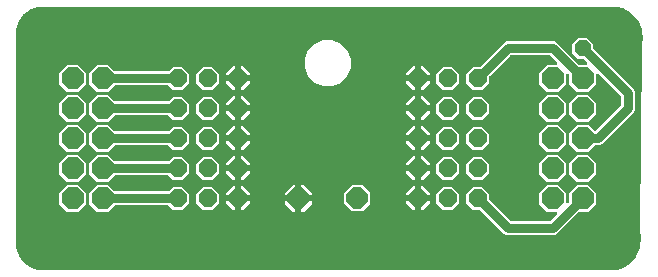
<source format=gtl>
G04 EAGLE Gerber X2 export*
%TF.Part,Single*%
%TF.FileFunction,Other,Top Copper*%
%TF.FilePolarity,Positive*%
%TF.GenerationSoftware,Autodesk,EAGLE,8.7.1*%
%TF.CreationDate,2018-03-26T18:39:30Z*%
G75*
%MOMM*%
%FSLAX34Y34*%
%LPD*%
%AMOC8*
5,1,8,0,0,1.08239X$1,22.5*%
G01*
%ADD10P,1.649562X8X22.500000*%
%ADD11P,1.649562X8X202.500000*%
%ADD12P,1.938236X8X112.500000*%
%ADD13P,2.034460X8X112.500000*%
%ADD14C,0.762000*%
%ADD15P,1.443367X8X22.500000*%

G36*
X524086Y-22846D02*
X524086Y-22846D01*
X524194Y-22841D01*
X524272Y-22822D01*
X524293Y-22819D01*
X524309Y-22813D01*
X524351Y-22803D01*
X527854Y-21727D01*
X527917Y-21698D01*
X527983Y-21679D01*
X528127Y-21606D01*
X534952Y-17573D01*
X535046Y-17500D01*
X535144Y-17433D01*
X535187Y-17390D01*
X535203Y-17378D01*
X535216Y-17362D01*
X535258Y-17320D01*
X540503Y-11374D01*
X540570Y-11276D01*
X540643Y-11182D01*
X540670Y-11128D01*
X540682Y-11111D01*
X540689Y-11092D01*
X540716Y-11039D01*
X543867Y-3764D01*
X543900Y-3650D01*
X543940Y-3538D01*
X543950Y-3478D01*
X543956Y-3459D01*
X543956Y-3438D01*
X543966Y-3379D01*
X544714Y4513D01*
X544712Y4583D01*
X544720Y4651D01*
X544707Y4812D01*
X544285Y7786D01*
X544284Y7791D01*
X544284Y7795D01*
X544277Y7818D01*
X544276Y7840D01*
X544240Y7949D01*
X544201Y8093D01*
X544199Y8097D01*
X544198Y8101D01*
X544183Y8127D01*
X544178Y8142D01*
X544132Y8214D01*
X544120Y8235D01*
X544061Y8339D01*
X544066Y8985D01*
X544058Y9049D01*
X544060Y9113D01*
X544035Y9272D01*
X543899Y9881D01*
X543929Y9944D01*
X543985Y10043D01*
X543996Y10088D01*
X544016Y10129D01*
X544037Y10240D01*
X544067Y10351D01*
X544072Y10420D01*
X544076Y10441D01*
X544074Y10460D01*
X544078Y10511D01*
X545330Y167196D01*
X545316Y167319D01*
X545308Y167443D01*
X545297Y167477D01*
X545293Y167512D01*
X545248Y167627D01*
X545210Y167746D01*
X545185Y167791D01*
X545178Y167809D01*
X545170Y167821D01*
X545312Y168459D01*
X545317Y168512D01*
X545331Y168564D01*
X545343Y168725D01*
X545348Y169417D01*
X545390Y169470D01*
X545396Y169484D01*
X545405Y169495D01*
X545460Y169629D01*
X545519Y169761D01*
X545521Y169776D01*
X545527Y169789D01*
X545559Y169947D01*
X545977Y172888D01*
X545978Y172957D01*
X545989Y173026D01*
X545984Y173187D01*
X545236Y181079D01*
X545210Y181195D01*
X545191Y181312D01*
X545171Y181370D01*
X545166Y181390D01*
X545157Y181408D01*
X545137Y181464D01*
X541986Y188739D01*
X541925Y188841D01*
X541872Y188947D01*
X541834Y188995D01*
X541824Y189013D01*
X541809Y189027D01*
X541773Y189074D01*
X536528Y195020D01*
X536439Y195098D01*
X536355Y195182D01*
X536326Y195202D01*
X536319Y195209D01*
X536305Y195216D01*
X536289Y195230D01*
X536271Y195239D01*
X536222Y195273D01*
X529397Y199306D01*
X529333Y199334D01*
X529274Y199370D01*
X529124Y199427D01*
X525621Y200503D01*
X525514Y200522D01*
X525408Y200549D01*
X525329Y200554D01*
X525307Y200558D01*
X525291Y200557D01*
X525248Y200559D01*
X38000Y200559D01*
X37978Y200557D01*
X37900Y200555D01*
X34539Y200291D01*
X34471Y200277D01*
X34402Y200273D01*
X34246Y200233D01*
X27852Y198155D01*
X27744Y198104D01*
X27634Y198061D01*
X27582Y198028D01*
X27564Y198019D01*
X27548Y198007D01*
X27498Y197975D01*
X22058Y194023D01*
X21972Y193941D01*
X21880Y193866D01*
X21841Y193819D01*
X21826Y193805D01*
X21815Y193788D01*
X21777Y193742D01*
X17825Y188302D01*
X17768Y188198D01*
X17705Y188098D01*
X17682Y188042D01*
X17672Y188024D01*
X17667Y188004D01*
X17645Y187948D01*
X15567Y181554D01*
X15554Y181486D01*
X15532Y181421D01*
X15509Y181261D01*
X15245Y177900D01*
X15246Y177878D01*
X15241Y177800D01*
X15241Y0D01*
X15243Y-22D01*
X15245Y-100D01*
X15510Y-3477D01*
X15524Y-3545D01*
X15529Y-3614D01*
X15569Y-3770D01*
X17656Y-10194D01*
X17706Y-10301D01*
X17750Y-10412D01*
X17783Y-10463D01*
X17791Y-10482D01*
X17804Y-10497D01*
X17836Y-10548D01*
X21807Y-16012D01*
X21827Y-16034D01*
X21838Y-16052D01*
X21884Y-16095D01*
X21888Y-16099D01*
X21964Y-16191D01*
X22010Y-16229D01*
X22024Y-16244D01*
X22042Y-16255D01*
X22088Y-16293D01*
X27296Y-20078D01*
X27552Y-20264D01*
X27656Y-20321D01*
X27756Y-20385D01*
X27813Y-20407D01*
X27831Y-20417D01*
X27851Y-20422D01*
X27906Y-20444D01*
X34330Y-22531D01*
X34398Y-22544D01*
X34464Y-22567D01*
X34623Y-22590D01*
X38000Y-22855D01*
X38022Y-22854D01*
X38100Y-22859D01*
X523978Y-22859D01*
X524086Y-22846D01*
G37*
%LPC*%
G36*
X490565Y77469D02*
X490565Y77469D01*
X483869Y84165D01*
X483869Y93635D01*
X490565Y100331D01*
X500035Y100331D01*
X504704Y95662D01*
X504798Y95589D01*
X504887Y95510D01*
X504923Y95492D01*
X504955Y95467D01*
X505065Y95419D01*
X505170Y95365D01*
X505210Y95356D01*
X505247Y95340D01*
X505365Y95322D01*
X505481Y95296D01*
X505521Y95297D01*
X505561Y95291D01*
X505680Y95302D01*
X505799Y95305D01*
X505837Y95317D01*
X505878Y95320D01*
X505990Y95361D01*
X506104Y95394D01*
X506139Y95414D01*
X506177Y95428D01*
X506275Y95495D01*
X506378Y95555D01*
X506423Y95595D01*
X506440Y95607D01*
X506454Y95622D01*
X506499Y95662D01*
X527186Y116348D01*
X527246Y116427D01*
X527314Y116499D01*
X527343Y116552D01*
X527380Y116600D01*
X527420Y116691D01*
X527468Y116777D01*
X527483Y116836D01*
X527507Y116892D01*
X527522Y116989D01*
X527547Y117085D01*
X527553Y117185D01*
X527557Y117206D01*
X527555Y117218D01*
X527557Y117246D01*
X527557Y124054D01*
X527545Y124152D01*
X527542Y124251D01*
X527525Y124310D01*
X527517Y124370D01*
X527481Y124462D01*
X527453Y124557D01*
X527423Y124609D01*
X527400Y124665D01*
X527342Y124745D01*
X527292Y124831D01*
X527226Y124906D01*
X527214Y124923D01*
X527204Y124930D01*
X527186Y124952D01*
X508897Y143240D01*
X508788Y143325D01*
X508681Y143414D01*
X508662Y143422D01*
X508646Y143435D01*
X508518Y143490D01*
X508393Y143549D01*
X508373Y143553D01*
X508354Y143561D01*
X508216Y143583D01*
X508080Y143609D01*
X508060Y143608D01*
X508040Y143611D01*
X507901Y143598D01*
X507763Y143589D01*
X507744Y143583D01*
X507724Y143581D01*
X507592Y143534D01*
X507461Y143491D01*
X507443Y143480D01*
X507424Y143473D01*
X507309Y143395D01*
X507192Y143321D01*
X507178Y143306D01*
X507161Y143295D01*
X507069Y143191D01*
X506974Y143089D01*
X506964Y143072D01*
X506951Y143056D01*
X506887Y142932D01*
X506820Y142811D01*
X506815Y142791D01*
X506806Y142773D01*
X506776Y142637D01*
X506741Y142503D01*
X506739Y142475D01*
X506736Y142463D01*
X506737Y142442D01*
X506731Y142342D01*
X506731Y134965D01*
X500035Y128269D01*
X490565Y128269D01*
X483869Y134965D01*
X483869Y142342D01*
X483862Y142396D01*
X483865Y142450D01*
X483843Y142553D01*
X483829Y142658D01*
X483809Y142708D01*
X483798Y142761D01*
X483735Y142910D01*
X483721Y142930D01*
X483712Y142953D01*
X483633Y143062D01*
X483558Y143174D01*
X483540Y143191D01*
X483526Y143211D01*
X483422Y143297D01*
X483322Y143386D01*
X483300Y143398D01*
X483281Y143414D01*
X483159Y143471D01*
X483039Y143533D01*
X483015Y143539D01*
X482993Y143549D01*
X482861Y143574D01*
X482730Y143605D01*
X482705Y143604D01*
X482680Y143609D01*
X482546Y143601D01*
X482412Y143597D01*
X482388Y143591D01*
X482363Y143589D01*
X482235Y143548D01*
X482106Y143511D01*
X482084Y143499D01*
X482061Y143491D01*
X481947Y143419D01*
X481830Y143352D01*
X481813Y143334D01*
X481792Y143321D01*
X481700Y143223D01*
X481604Y143129D01*
X481591Y143107D01*
X481574Y143089D01*
X481509Y142971D01*
X481439Y142856D01*
X481432Y142833D01*
X481420Y142811D01*
X481387Y142680D01*
X481348Y142552D01*
X481347Y142527D01*
X481341Y142503D01*
X481331Y142342D01*
X481331Y134965D01*
X474635Y128269D01*
X465165Y128269D01*
X458469Y134965D01*
X458469Y144435D01*
X465165Y151131D01*
X472542Y151131D01*
X472680Y151148D01*
X472819Y151161D01*
X472838Y151168D01*
X472858Y151171D01*
X472987Y151222D01*
X473118Y151269D01*
X473135Y151280D01*
X473153Y151288D01*
X473266Y151369D01*
X473381Y151447D01*
X473394Y151463D01*
X473411Y151474D01*
X473500Y151582D01*
X473591Y151686D01*
X473601Y151704D01*
X473614Y151719D01*
X473673Y151845D01*
X473736Y151969D01*
X473740Y151989D01*
X473749Y152007D01*
X473775Y152143D01*
X473806Y152279D01*
X473805Y152300D01*
X473809Y152319D01*
X473800Y152458D01*
X473796Y152597D01*
X473790Y152617D01*
X473789Y152637D01*
X473746Y152769D01*
X473708Y152903D01*
X473697Y152920D01*
X473691Y152939D01*
X473616Y153057D01*
X473546Y153177D01*
X473528Y153198D01*
X473521Y153208D01*
X473506Y153222D01*
X473440Y153297D01*
X467852Y158886D01*
X467773Y158946D01*
X467701Y159014D01*
X467648Y159043D01*
X467600Y159080D01*
X467509Y159120D01*
X467423Y159168D01*
X467364Y159183D01*
X467308Y159207D01*
X467211Y159222D01*
X467115Y159247D01*
X467015Y159253D01*
X466994Y159257D01*
X466982Y159255D01*
X466954Y159257D01*
X434746Y159257D01*
X434648Y159245D01*
X434549Y159242D01*
X434490Y159225D01*
X434430Y159217D01*
X434338Y159181D01*
X434243Y159153D01*
X434191Y159123D01*
X434135Y159100D01*
X434055Y159042D01*
X433969Y158992D01*
X433894Y158926D01*
X433877Y158914D01*
X433870Y158904D01*
X433848Y158886D01*
X416424Y141462D01*
X416364Y141383D01*
X416296Y141311D01*
X416267Y141258D01*
X416230Y141210D01*
X416190Y141119D01*
X416142Y141033D01*
X416127Y140974D01*
X416103Y140918D01*
X416088Y140821D01*
X416063Y140725D01*
X416057Y140625D01*
X416053Y140604D01*
X416055Y140592D01*
X416053Y140564D01*
X416053Y135702D01*
X410398Y130047D01*
X402402Y130047D01*
X396747Y135702D01*
X396747Y143698D01*
X402402Y149353D01*
X407264Y149353D01*
X407362Y149365D01*
X407461Y149368D01*
X407520Y149385D01*
X407580Y149393D01*
X407672Y149429D01*
X407767Y149457D01*
X407819Y149487D01*
X407875Y149510D01*
X407955Y149568D01*
X408041Y149618D01*
X408116Y149684D01*
X408133Y149696D01*
X408140Y149706D01*
X408162Y149724D01*
X428490Y170053D01*
X430638Y170943D01*
X471062Y170943D01*
X473210Y170053D01*
X491760Y151502D01*
X491839Y151442D01*
X491911Y151374D01*
X491964Y151345D01*
X492012Y151308D01*
X492103Y151268D01*
X492189Y151220D01*
X492248Y151205D01*
X492304Y151181D01*
X492401Y151166D01*
X492497Y151141D01*
X492597Y151135D01*
X492618Y151131D01*
X492630Y151133D01*
X492658Y151131D01*
X497942Y151131D01*
X498080Y151148D01*
X498219Y151161D01*
X498238Y151168D01*
X498258Y151171D01*
X498387Y151222D01*
X498518Y151269D01*
X498535Y151280D01*
X498553Y151288D01*
X498666Y151369D01*
X498781Y151447D01*
X498794Y151463D01*
X498811Y151474D01*
X498900Y151582D01*
X498991Y151686D01*
X499001Y151704D01*
X499014Y151719D01*
X499073Y151845D01*
X499136Y151969D01*
X499140Y151989D01*
X499149Y152007D01*
X499175Y152143D01*
X499206Y152279D01*
X499205Y152300D01*
X499209Y152319D01*
X499200Y152458D01*
X499196Y152597D01*
X499190Y152617D01*
X499189Y152637D01*
X499146Y152769D01*
X499108Y152903D01*
X499097Y152920D01*
X499091Y152939D01*
X499016Y153057D01*
X498946Y153177D01*
X498928Y153198D01*
X498921Y153208D01*
X498906Y153222D01*
X498840Y153297D01*
X496109Y156028D01*
X496031Y156089D01*
X495959Y156157D01*
X495906Y156186D01*
X495858Y156223D01*
X495767Y156262D01*
X495680Y156310D01*
X495622Y156325D01*
X495566Y156349D01*
X495468Y156365D01*
X495372Y156390D01*
X495272Y156396D01*
X495252Y156399D01*
X495240Y156398D01*
X495212Y156400D01*
X491696Y156400D01*
X486600Y161496D01*
X486600Y168704D01*
X491696Y173800D01*
X498904Y173800D01*
X504000Y168704D01*
X504000Y165188D01*
X504013Y165090D01*
X504016Y164991D01*
X504032Y164933D01*
X504040Y164873D01*
X504077Y164781D01*
X504104Y164686D01*
X504135Y164633D01*
X504157Y164577D01*
X504215Y164497D01*
X504266Y164412D01*
X504332Y164336D01*
X504344Y164320D01*
X504353Y164312D01*
X504372Y164291D01*
X538353Y130310D01*
X539243Y128162D01*
X539243Y113138D01*
X538353Y110990D01*
X511310Y83947D01*
X509162Y83057D01*
X506148Y83057D01*
X506050Y83045D01*
X505951Y83042D01*
X505893Y83025D01*
X505833Y83017D01*
X505741Y82981D01*
X505646Y82953D01*
X505594Y82923D01*
X505537Y82900D01*
X505457Y82842D01*
X505372Y82792D01*
X505296Y82726D01*
X505280Y82714D01*
X505272Y82704D01*
X505251Y82686D01*
X500035Y77469D01*
X490565Y77469D01*
G37*
%LPD*%
%LPC*%
G36*
X430638Y6857D02*
X430638Y6857D01*
X428490Y7747D01*
X426668Y9569D01*
X408162Y28076D01*
X408083Y28136D01*
X408011Y28204D01*
X407958Y28233D01*
X407910Y28270D01*
X407819Y28310D01*
X407733Y28358D01*
X407674Y28373D01*
X407619Y28397D01*
X407521Y28412D01*
X407425Y28437D01*
X407325Y28443D01*
X407304Y28447D01*
X407292Y28445D01*
X407264Y28447D01*
X402402Y28447D01*
X396747Y34102D01*
X396747Y42098D01*
X402402Y47753D01*
X410398Y47753D01*
X416053Y42098D01*
X416053Y37236D01*
X416065Y37138D01*
X416068Y37039D01*
X416085Y36980D01*
X416093Y36920D01*
X416129Y36828D01*
X416157Y36733D01*
X416187Y36681D01*
X416210Y36625D01*
X416268Y36544D01*
X416318Y36459D01*
X416384Y36384D01*
X416396Y36367D01*
X416406Y36359D01*
X416424Y36338D01*
X433848Y18914D01*
X433927Y18854D01*
X433999Y18786D01*
X434052Y18757D01*
X434100Y18720D01*
X434191Y18680D01*
X434277Y18632D01*
X434336Y18617D01*
X434392Y18593D01*
X434489Y18578D01*
X434585Y18553D01*
X434685Y18547D01*
X434706Y18543D01*
X434718Y18545D01*
X434746Y18543D01*
X466954Y18543D01*
X467052Y18555D01*
X467151Y18558D01*
X467210Y18575D01*
X467270Y18583D01*
X467362Y18619D01*
X467457Y18647D01*
X467509Y18677D01*
X467565Y18700D01*
X467645Y18758D01*
X467731Y18808D01*
X467806Y18874D01*
X467823Y18886D01*
X467830Y18896D01*
X467852Y18914D01*
X473440Y24503D01*
X473525Y24612D01*
X473614Y24719D01*
X473622Y24738D01*
X473635Y24754D01*
X473690Y24882D01*
X473749Y25007D01*
X473753Y25027D01*
X473761Y25046D01*
X473783Y25184D01*
X473809Y25320D01*
X473808Y25340D01*
X473811Y25360D01*
X473798Y25499D01*
X473789Y25637D01*
X473783Y25656D01*
X473781Y25676D01*
X473734Y25808D01*
X473691Y25939D01*
X473680Y25957D01*
X473673Y25976D01*
X473595Y26091D01*
X473521Y26208D01*
X473506Y26222D01*
X473495Y26239D01*
X473391Y26331D01*
X473289Y26426D01*
X473272Y26436D01*
X473256Y26449D01*
X473132Y26513D01*
X473011Y26580D01*
X472991Y26585D01*
X472973Y26594D01*
X472837Y26624D01*
X472703Y26659D01*
X472675Y26661D01*
X472663Y26664D01*
X472642Y26663D01*
X472542Y26669D01*
X465165Y26669D01*
X458469Y33365D01*
X458469Y42835D01*
X465165Y49531D01*
X474635Y49531D01*
X481331Y42835D01*
X481331Y35458D01*
X481334Y35433D01*
X481332Y35409D01*
X481354Y35276D01*
X481371Y35142D01*
X481380Y35119D01*
X481384Y35095D01*
X481438Y34972D01*
X481488Y34847D01*
X481502Y34827D01*
X481512Y34804D01*
X481595Y34698D01*
X481674Y34589D01*
X481694Y34573D01*
X481709Y34554D01*
X481816Y34472D01*
X481919Y34386D01*
X481942Y34376D01*
X481961Y34361D01*
X482086Y34308D01*
X482207Y34251D01*
X482231Y34246D01*
X482254Y34237D01*
X482388Y34216D01*
X482519Y34191D01*
X482544Y34193D01*
X482569Y34189D01*
X482703Y34203D01*
X482837Y34211D01*
X482860Y34219D01*
X482885Y34221D01*
X483011Y34267D01*
X483139Y34309D01*
X483160Y34322D01*
X483184Y34331D01*
X483294Y34407D01*
X483408Y34479D01*
X483425Y34497D01*
X483445Y34511D01*
X483534Y34612D01*
X483626Y34711D01*
X483638Y34732D01*
X483654Y34751D01*
X483735Y34890D01*
X483753Y34942D01*
X483780Y34989D01*
X483806Y35091D01*
X483841Y35190D01*
X483845Y35245D01*
X483859Y35297D01*
X483869Y35458D01*
X483869Y42835D01*
X490565Y49531D01*
X500035Y49531D01*
X506731Y42835D01*
X506731Y33365D01*
X500035Y26669D01*
X492658Y26669D01*
X492560Y26657D01*
X492461Y26654D01*
X492402Y26637D01*
X492342Y26629D01*
X492250Y26593D01*
X492155Y26565D01*
X492103Y26535D01*
X492047Y26512D01*
X491967Y26454D01*
X491881Y26404D01*
X491806Y26338D01*
X491789Y26326D01*
X491782Y26316D01*
X491760Y26298D01*
X473210Y7747D01*
X471062Y6857D01*
X430638Y6857D01*
G37*
%LPD*%
%LPC*%
G36*
X84165Y128269D02*
X84165Y128269D01*
X77469Y134965D01*
X77469Y144435D01*
X84165Y151131D01*
X93635Y151131D01*
X98851Y145914D01*
X98929Y145854D01*
X99001Y145786D01*
X99054Y145757D01*
X99102Y145720D01*
X99193Y145680D01*
X99280Y145632D01*
X99338Y145617D01*
X99394Y145593D01*
X99492Y145578D01*
X99588Y145553D01*
X99688Y145547D01*
X99708Y145543D01*
X99720Y145545D01*
X99748Y145543D01*
X144066Y145543D01*
X144164Y145555D01*
X144263Y145558D01*
X144321Y145575D01*
X144382Y145583D01*
X144474Y145619D01*
X144569Y145647D01*
X144621Y145677D01*
X144677Y145700D01*
X144757Y145758D01*
X144843Y145808D01*
X144918Y145874D01*
X144935Y145886D01*
X144942Y145896D01*
X144963Y145914D01*
X148402Y149353D01*
X156398Y149353D01*
X162053Y143698D01*
X162053Y135702D01*
X156398Y130047D01*
X148402Y130047D01*
X144963Y133486D01*
X144885Y133546D01*
X144813Y133614D01*
X144760Y133643D01*
X144712Y133680D01*
X144621Y133720D01*
X144535Y133768D01*
X144476Y133783D01*
X144420Y133807D01*
X144322Y133822D01*
X144227Y133847D01*
X144127Y133853D01*
X144106Y133857D01*
X144094Y133855D01*
X144066Y133857D01*
X99748Y133857D01*
X99650Y133845D01*
X99551Y133842D01*
X99493Y133825D01*
X99433Y133817D01*
X99341Y133781D01*
X99246Y133753D01*
X99194Y133723D01*
X99137Y133700D01*
X99057Y133642D01*
X98972Y133592D01*
X98896Y133526D01*
X98880Y133514D01*
X98872Y133504D01*
X98851Y133486D01*
X93635Y128269D01*
X84165Y128269D01*
G37*
%LPD*%
%LPC*%
G36*
X84165Y77469D02*
X84165Y77469D01*
X77469Y84165D01*
X77469Y93635D01*
X84165Y100331D01*
X93635Y100331D01*
X98851Y95114D01*
X98929Y95054D01*
X99001Y94986D01*
X99054Y94957D01*
X99102Y94920D01*
X99193Y94880D01*
X99280Y94832D01*
X99338Y94817D01*
X99394Y94793D01*
X99492Y94778D01*
X99588Y94753D01*
X99688Y94747D01*
X99708Y94743D01*
X99720Y94745D01*
X99748Y94743D01*
X144066Y94743D01*
X144164Y94755D01*
X144263Y94758D01*
X144321Y94775D01*
X144382Y94783D01*
X144474Y94819D01*
X144569Y94847D01*
X144621Y94877D01*
X144677Y94900D01*
X144757Y94958D01*
X144843Y95008D01*
X144918Y95074D01*
X144935Y95086D01*
X144942Y95096D01*
X144963Y95114D01*
X148402Y98553D01*
X156398Y98553D01*
X162053Y92898D01*
X162053Y84902D01*
X156398Y79247D01*
X148402Y79247D01*
X144963Y82686D01*
X144885Y82746D01*
X144813Y82814D01*
X144760Y82843D01*
X144712Y82880D01*
X144621Y82920D01*
X144535Y82968D01*
X144476Y82983D01*
X144420Y83007D01*
X144322Y83022D01*
X144227Y83047D01*
X144127Y83053D01*
X144106Y83057D01*
X144094Y83055D01*
X144066Y83057D01*
X99748Y83057D01*
X99650Y83045D01*
X99551Y83042D01*
X99493Y83025D01*
X99433Y83017D01*
X99341Y82981D01*
X99246Y82953D01*
X99194Y82923D01*
X99137Y82900D01*
X99057Y82842D01*
X98972Y82792D01*
X98896Y82726D01*
X98880Y82714D01*
X98872Y82704D01*
X98851Y82686D01*
X93635Y77469D01*
X84165Y77469D01*
G37*
%LPD*%
%LPC*%
G36*
X84165Y26669D02*
X84165Y26669D01*
X77469Y33365D01*
X77469Y42835D01*
X84165Y49531D01*
X93635Y49531D01*
X98851Y44314D01*
X98929Y44254D01*
X99001Y44186D01*
X99054Y44157D01*
X99102Y44120D01*
X99193Y44080D01*
X99280Y44032D01*
X99338Y44017D01*
X99394Y43993D01*
X99492Y43978D01*
X99588Y43953D01*
X99688Y43947D01*
X99708Y43943D01*
X99720Y43945D01*
X99748Y43943D01*
X144066Y43943D01*
X144164Y43955D01*
X144263Y43958D01*
X144321Y43975D01*
X144382Y43983D01*
X144474Y44019D01*
X144569Y44047D01*
X144621Y44077D01*
X144677Y44100D01*
X144757Y44158D01*
X144843Y44208D01*
X144918Y44274D01*
X144935Y44286D01*
X144942Y44296D01*
X144963Y44314D01*
X148402Y47753D01*
X156398Y47753D01*
X162053Y42098D01*
X162053Y34102D01*
X156398Y28447D01*
X148402Y28447D01*
X144963Y31886D01*
X144885Y31946D01*
X144813Y32014D01*
X144760Y32043D01*
X144712Y32080D01*
X144621Y32120D01*
X144535Y32168D01*
X144476Y32183D01*
X144420Y32207D01*
X144322Y32222D01*
X144227Y32247D01*
X144127Y32253D01*
X144106Y32257D01*
X144094Y32255D01*
X144066Y32257D01*
X99748Y32257D01*
X99650Y32245D01*
X99551Y32242D01*
X99493Y32225D01*
X99433Y32217D01*
X99341Y32181D01*
X99246Y32153D01*
X99194Y32123D01*
X99137Y32100D01*
X99057Y32042D01*
X98972Y31992D01*
X98896Y31926D01*
X98880Y31914D01*
X98872Y31904D01*
X98851Y31886D01*
X93635Y26669D01*
X84165Y26669D01*
G37*
%LPD*%
%LPC*%
G36*
X84165Y52069D02*
X84165Y52069D01*
X77469Y58765D01*
X77469Y68235D01*
X84165Y74931D01*
X93635Y74931D01*
X98851Y69714D01*
X98929Y69654D01*
X99001Y69586D01*
X99054Y69557D01*
X99102Y69520D01*
X99193Y69480D01*
X99280Y69432D01*
X99338Y69417D01*
X99394Y69393D01*
X99492Y69378D01*
X99588Y69353D01*
X99688Y69347D01*
X99708Y69343D01*
X99720Y69345D01*
X99748Y69343D01*
X144066Y69343D01*
X144164Y69355D01*
X144263Y69358D01*
X144321Y69375D01*
X144382Y69383D01*
X144474Y69419D01*
X144569Y69447D01*
X144621Y69477D01*
X144677Y69500D01*
X144757Y69558D01*
X144843Y69608D01*
X144918Y69674D01*
X144935Y69686D01*
X144942Y69696D01*
X144963Y69714D01*
X148402Y73153D01*
X156398Y73153D01*
X162053Y67498D01*
X162053Y59502D01*
X156398Y53847D01*
X148402Y53847D01*
X144963Y57286D01*
X144885Y57346D01*
X144813Y57414D01*
X144760Y57443D01*
X144712Y57480D01*
X144621Y57520D01*
X144535Y57568D01*
X144476Y57583D01*
X144420Y57607D01*
X144322Y57622D01*
X144227Y57647D01*
X144127Y57653D01*
X144106Y57657D01*
X144094Y57655D01*
X144066Y57657D01*
X99748Y57657D01*
X99650Y57645D01*
X99551Y57642D01*
X99493Y57625D01*
X99433Y57617D01*
X99341Y57581D01*
X99246Y57553D01*
X99194Y57523D01*
X99137Y57500D01*
X99057Y57442D01*
X98972Y57392D01*
X98896Y57326D01*
X98880Y57314D01*
X98872Y57304D01*
X98851Y57286D01*
X93635Y52069D01*
X84165Y52069D01*
G37*
%LPD*%
%LPC*%
G36*
X84165Y102869D02*
X84165Y102869D01*
X77469Y109565D01*
X77469Y119035D01*
X84165Y125731D01*
X93635Y125731D01*
X98851Y120514D01*
X98929Y120454D01*
X99001Y120386D01*
X99054Y120357D01*
X99102Y120320D01*
X99193Y120280D01*
X99280Y120232D01*
X99338Y120217D01*
X99394Y120193D01*
X99492Y120178D01*
X99588Y120153D01*
X99688Y120147D01*
X99708Y120143D01*
X99720Y120145D01*
X99748Y120143D01*
X144066Y120143D01*
X144164Y120155D01*
X144263Y120158D01*
X144321Y120175D01*
X144382Y120183D01*
X144474Y120219D01*
X144569Y120247D01*
X144621Y120277D01*
X144677Y120300D01*
X144757Y120358D01*
X144843Y120408D01*
X144918Y120474D01*
X144935Y120486D01*
X144942Y120496D01*
X144963Y120514D01*
X148402Y123953D01*
X156398Y123953D01*
X162053Y118298D01*
X162053Y110302D01*
X156398Y104647D01*
X148402Y104647D01*
X144963Y108086D01*
X144885Y108146D01*
X144813Y108214D01*
X144760Y108243D01*
X144712Y108280D01*
X144621Y108320D01*
X144535Y108368D01*
X144476Y108383D01*
X144420Y108407D01*
X144322Y108422D01*
X144227Y108447D01*
X144127Y108453D01*
X144106Y108457D01*
X144094Y108455D01*
X144066Y108457D01*
X99748Y108457D01*
X99650Y108445D01*
X99551Y108442D01*
X99493Y108425D01*
X99433Y108417D01*
X99341Y108381D01*
X99246Y108353D01*
X99194Y108323D01*
X99137Y108300D01*
X99057Y108242D01*
X98972Y108192D01*
X98896Y108126D01*
X98880Y108114D01*
X98872Y108104D01*
X98851Y108086D01*
X93635Y102869D01*
X84165Y102869D01*
G37*
%LPD*%
%LPC*%
G36*
X275509Y132841D02*
X275509Y132841D01*
X268321Y135819D01*
X262819Y141321D01*
X259841Y148509D01*
X259841Y156291D01*
X262819Y163479D01*
X268321Y168981D01*
X275510Y171959D01*
X283291Y171959D01*
X290479Y168981D01*
X295981Y163479D01*
X298959Y156291D01*
X298959Y148509D01*
X295981Y141321D01*
X290479Y135819D01*
X283291Y132841D01*
X275509Y132841D01*
G37*
%LPD*%
%LPC*%
G36*
X58765Y128269D02*
X58765Y128269D01*
X52069Y134965D01*
X52069Y144435D01*
X58765Y151131D01*
X68235Y151131D01*
X74931Y144435D01*
X74931Y134965D01*
X68235Y128269D01*
X58765Y128269D01*
G37*
%LPD*%
%LPC*%
G36*
X465165Y102869D02*
X465165Y102869D01*
X458469Y109565D01*
X458469Y119035D01*
X465165Y125731D01*
X474635Y125731D01*
X481331Y119035D01*
X481331Y109565D01*
X474635Y102869D01*
X465165Y102869D01*
G37*
%LPD*%
%LPC*%
G36*
X58765Y77469D02*
X58765Y77469D01*
X52069Y84165D01*
X52069Y93635D01*
X58765Y100331D01*
X68235Y100331D01*
X74931Y93635D01*
X74931Y84165D01*
X68235Y77469D01*
X58765Y77469D01*
G37*
%LPD*%
%LPC*%
G36*
X58765Y102869D02*
X58765Y102869D01*
X52069Y109565D01*
X52069Y119035D01*
X58765Y125731D01*
X68235Y125731D01*
X74931Y119035D01*
X74931Y109565D01*
X68235Y102869D01*
X58765Y102869D01*
G37*
%LPD*%
%LPC*%
G36*
X465165Y77469D02*
X465165Y77469D01*
X458469Y84165D01*
X458469Y93635D01*
X465165Y100331D01*
X474635Y100331D01*
X481331Y93635D01*
X481331Y84165D01*
X474635Y77469D01*
X465165Y77469D01*
G37*
%LPD*%
%LPC*%
G36*
X465165Y52069D02*
X465165Y52069D01*
X458469Y58765D01*
X458469Y68235D01*
X465165Y74931D01*
X474635Y74931D01*
X481331Y68235D01*
X481331Y58765D01*
X474635Y52069D01*
X465165Y52069D01*
G37*
%LPD*%
%LPC*%
G36*
X58765Y52069D02*
X58765Y52069D01*
X52069Y58765D01*
X52069Y68235D01*
X58765Y74931D01*
X68235Y74931D01*
X74931Y68235D01*
X74931Y58765D01*
X68235Y52069D01*
X58765Y52069D01*
G37*
%LPD*%
%LPC*%
G36*
X58765Y26669D02*
X58765Y26669D01*
X52069Y33365D01*
X52069Y42835D01*
X58765Y49531D01*
X68235Y49531D01*
X74931Y42835D01*
X74931Y33365D01*
X68235Y26669D01*
X58765Y26669D01*
G37*
%LPD*%
%LPC*%
G36*
X490565Y52069D02*
X490565Y52069D01*
X483869Y58765D01*
X483869Y68235D01*
X490565Y74931D01*
X500035Y74931D01*
X506731Y68235D01*
X506731Y58765D01*
X500035Y52069D01*
X490565Y52069D01*
G37*
%LPD*%
%LPC*%
G36*
X490565Y102869D02*
X490565Y102869D01*
X483869Y109565D01*
X483869Y119035D01*
X490565Y125731D01*
X500035Y125731D01*
X506731Y119035D01*
X506731Y109565D01*
X500035Y102869D01*
X490565Y102869D01*
G37*
%LPD*%
%LPC*%
G36*
X299849Y27114D02*
X299849Y27114D01*
X293414Y33549D01*
X293414Y42651D01*
X299849Y49086D01*
X308951Y49086D01*
X315386Y42651D01*
X315386Y33549D01*
X308951Y27114D01*
X299849Y27114D01*
G37*
%LPD*%
%LPC*%
G36*
X173802Y28447D02*
X173802Y28447D01*
X168147Y34102D01*
X168147Y42098D01*
X173802Y47753D01*
X181798Y47753D01*
X187453Y42098D01*
X187453Y34102D01*
X181798Y28447D01*
X173802Y28447D01*
G37*
%LPD*%
%LPC*%
G36*
X377002Y130047D02*
X377002Y130047D01*
X371347Y135702D01*
X371347Y143698D01*
X377002Y149353D01*
X384998Y149353D01*
X390653Y143698D01*
X390653Y135702D01*
X384998Y130047D01*
X377002Y130047D01*
G37*
%LPD*%
%LPC*%
G36*
X377002Y53847D02*
X377002Y53847D01*
X371347Y59502D01*
X371347Y67498D01*
X377002Y73153D01*
X384998Y73153D01*
X390653Y67498D01*
X390653Y59502D01*
X384998Y53847D01*
X377002Y53847D01*
G37*
%LPD*%
%LPC*%
G36*
X173802Y130047D02*
X173802Y130047D01*
X168147Y135702D01*
X168147Y143698D01*
X173802Y149353D01*
X181798Y149353D01*
X187453Y143698D01*
X187453Y135702D01*
X181798Y130047D01*
X173802Y130047D01*
G37*
%LPD*%
%LPC*%
G36*
X173802Y79247D02*
X173802Y79247D01*
X168147Y84902D01*
X168147Y92898D01*
X173802Y98553D01*
X181798Y98553D01*
X187453Y92898D01*
X187453Y84902D01*
X181798Y79247D01*
X173802Y79247D01*
G37*
%LPD*%
%LPC*%
G36*
X402402Y104647D02*
X402402Y104647D01*
X396747Y110302D01*
X396747Y118298D01*
X402402Y123953D01*
X410398Y123953D01*
X416053Y118298D01*
X416053Y110302D01*
X410398Y104647D01*
X402402Y104647D01*
G37*
%LPD*%
%LPC*%
G36*
X377002Y104647D02*
X377002Y104647D01*
X371347Y110302D01*
X371347Y118298D01*
X377002Y123953D01*
X384998Y123953D01*
X390653Y118298D01*
X390653Y110302D01*
X384998Y104647D01*
X377002Y104647D01*
G37*
%LPD*%
%LPC*%
G36*
X173802Y104647D02*
X173802Y104647D01*
X168147Y110302D01*
X168147Y118298D01*
X173802Y123953D01*
X181798Y123953D01*
X187453Y118298D01*
X187453Y110302D01*
X181798Y104647D01*
X173802Y104647D01*
G37*
%LPD*%
%LPC*%
G36*
X402402Y79247D02*
X402402Y79247D01*
X396747Y84902D01*
X396747Y92898D01*
X402402Y98553D01*
X410398Y98553D01*
X416053Y92898D01*
X416053Y84902D01*
X410398Y79247D01*
X402402Y79247D01*
G37*
%LPD*%
%LPC*%
G36*
X377002Y79247D02*
X377002Y79247D01*
X371347Y84902D01*
X371347Y92898D01*
X377002Y98553D01*
X384998Y98553D01*
X390653Y92898D01*
X390653Y84902D01*
X384998Y79247D01*
X377002Y79247D01*
G37*
%LPD*%
%LPC*%
G36*
X173802Y53847D02*
X173802Y53847D01*
X168147Y59502D01*
X168147Y67498D01*
X173802Y73153D01*
X181798Y73153D01*
X187453Y67498D01*
X187453Y59502D01*
X181798Y53847D01*
X173802Y53847D01*
G37*
%LPD*%
%LPC*%
G36*
X402402Y53847D02*
X402402Y53847D01*
X396747Y59502D01*
X396747Y67498D01*
X402402Y73153D01*
X410398Y73153D01*
X416053Y67498D01*
X416053Y59502D01*
X410398Y53847D01*
X402402Y53847D01*
G37*
%LPD*%
%LPC*%
G36*
X377002Y28447D02*
X377002Y28447D01*
X371347Y34102D01*
X371347Y42098D01*
X377002Y47753D01*
X384998Y47753D01*
X390653Y42098D01*
X390653Y34102D01*
X384998Y28447D01*
X377002Y28447D01*
G37*
%LPD*%
%LPC*%
G36*
X256939Y40639D02*
X256939Y40639D01*
X256939Y49594D01*
X259161Y49594D01*
X265894Y42861D01*
X265894Y40639D01*
X256939Y40639D01*
G37*
%LPD*%
%LPC*%
G36*
X242906Y40639D02*
X242906Y40639D01*
X242906Y42861D01*
X249639Y49594D01*
X251861Y49594D01*
X251861Y40639D01*
X242906Y40639D01*
G37*
%LPD*%
%LPC*%
G36*
X256939Y26606D02*
X256939Y26606D01*
X256939Y35561D01*
X265894Y35561D01*
X265894Y33339D01*
X259161Y26606D01*
X256939Y26606D01*
G37*
%LPD*%
%LPC*%
G36*
X249639Y26606D02*
X249639Y26606D01*
X242906Y33339D01*
X242906Y35561D01*
X251861Y35561D01*
X251861Y26606D01*
X249639Y26606D01*
G37*
%LPD*%
%LPC*%
G36*
X358139Y142239D02*
X358139Y142239D01*
X358139Y149861D01*
X359809Y149861D01*
X365761Y143909D01*
X365761Y142239D01*
X358139Y142239D01*
G37*
%LPD*%
%LPC*%
G36*
X205739Y91439D02*
X205739Y91439D01*
X205739Y99061D01*
X207409Y99061D01*
X213361Y93109D01*
X213361Y91439D01*
X205739Y91439D01*
G37*
%LPD*%
%LPC*%
G36*
X358139Y66039D02*
X358139Y66039D01*
X358139Y73661D01*
X359809Y73661D01*
X365761Y67709D01*
X365761Y66039D01*
X358139Y66039D01*
G37*
%LPD*%
%LPC*%
G36*
X358139Y91439D02*
X358139Y91439D01*
X358139Y99061D01*
X359809Y99061D01*
X365761Y93109D01*
X365761Y91439D01*
X358139Y91439D01*
G37*
%LPD*%
%LPC*%
G36*
X205739Y66039D02*
X205739Y66039D01*
X205739Y73661D01*
X207409Y73661D01*
X213361Y67709D01*
X213361Y66039D01*
X205739Y66039D01*
G37*
%LPD*%
%LPC*%
G36*
X358139Y40639D02*
X358139Y40639D01*
X358139Y48261D01*
X359809Y48261D01*
X365761Y42309D01*
X365761Y40639D01*
X358139Y40639D01*
G37*
%LPD*%
%LPC*%
G36*
X205739Y142239D02*
X205739Y142239D01*
X205739Y149861D01*
X207409Y149861D01*
X213361Y143909D01*
X213361Y142239D01*
X205739Y142239D01*
G37*
%LPD*%
%LPC*%
G36*
X205739Y40639D02*
X205739Y40639D01*
X205739Y48261D01*
X207409Y48261D01*
X213361Y42309D01*
X213361Y40639D01*
X205739Y40639D01*
G37*
%LPD*%
%LPC*%
G36*
X205739Y116839D02*
X205739Y116839D01*
X205739Y124461D01*
X207409Y124461D01*
X213361Y118509D01*
X213361Y116839D01*
X205739Y116839D01*
G37*
%LPD*%
%LPC*%
G36*
X358139Y116839D02*
X358139Y116839D01*
X358139Y124461D01*
X359809Y124461D01*
X365761Y118509D01*
X365761Y116839D01*
X358139Y116839D01*
G37*
%LPD*%
%LPC*%
G36*
X193039Y66039D02*
X193039Y66039D01*
X193039Y67709D01*
X198991Y73661D01*
X200661Y73661D01*
X200661Y66039D01*
X193039Y66039D01*
G37*
%LPD*%
%LPC*%
G36*
X193039Y142239D02*
X193039Y142239D01*
X193039Y143909D01*
X198991Y149861D01*
X200661Y149861D01*
X200661Y142239D01*
X193039Y142239D01*
G37*
%LPD*%
%LPC*%
G36*
X345439Y142239D02*
X345439Y142239D01*
X345439Y143909D01*
X351391Y149861D01*
X353061Y149861D01*
X353061Y142239D01*
X345439Y142239D01*
G37*
%LPD*%
%LPC*%
G36*
X205739Y53339D02*
X205739Y53339D01*
X205739Y60961D01*
X213361Y60961D01*
X213361Y59291D01*
X207409Y53339D01*
X205739Y53339D01*
G37*
%LPD*%
%LPC*%
G36*
X358139Y129539D02*
X358139Y129539D01*
X358139Y137161D01*
X365761Y137161D01*
X365761Y135491D01*
X359809Y129539D01*
X358139Y129539D01*
G37*
%LPD*%
%LPC*%
G36*
X205739Y129539D02*
X205739Y129539D01*
X205739Y137161D01*
X213361Y137161D01*
X213361Y135491D01*
X207409Y129539D01*
X205739Y129539D01*
G37*
%LPD*%
%LPC*%
G36*
X193039Y116839D02*
X193039Y116839D01*
X193039Y118509D01*
X198991Y124461D01*
X200661Y124461D01*
X200661Y116839D01*
X193039Y116839D01*
G37*
%LPD*%
%LPC*%
G36*
X358139Y104139D02*
X358139Y104139D01*
X358139Y111761D01*
X365761Y111761D01*
X365761Y110091D01*
X359809Y104139D01*
X358139Y104139D01*
G37*
%LPD*%
%LPC*%
G36*
X205739Y104139D02*
X205739Y104139D01*
X205739Y111761D01*
X213361Y111761D01*
X213361Y110091D01*
X207409Y104139D01*
X205739Y104139D01*
G37*
%LPD*%
%LPC*%
G36*
X345439Y66039D02*
X345439Y66039D01*
X345439Y67709D01*
X351391Y73661D01*
X353061Y73661D01*
X353061Y66039D01*
X345439Y66039D01*
G37*
%LPD*%
%LPC*%
G36*
X345439Y91439D02*
X345439Y91439D01*
X345439Y93109D01*
X351391Y99061D01*
X353061Y99061D01*
X353061Y91439D01*
X345439Y91439D01*
G37*
%LPD*%
%LPC*%
G36*
X345439Y40639D02*
X345439Y40639D01*
X345439Y42309D01*
X351391Y48261D01*
X353061Y48261D01*
X353061Y40639D01*
X345439Y40639D01*
G37*
%LPD*%
%LPC*%
G36*
X193039Y91439D02*
X193039Y91439D01*
X193039Y93109D01*
X198991Y99061D01*
X200661Y99061D01*
X200661Y91439D01*
X193039Y91439D01*
G37*
%LPD*%
%LPC*%
G36*
X193039Y40639D02*
X193039Y40639D01*
X193039Y42309D01*
X198991Y48261D01*
X200661Y48261D01*
X200661Y40639D01*
X193039Y40639D01*
G37*
%LPD*%
%LPC*%
G36*
X345439Y116839D02*
X345439Y116839D01*
X345439Y118509D01*
X351391Y124461D01*
X353061Y124461D01*
X353061Y116839D01*
X345439Y116839D01*
G37*
%LPD*%
%LPC*%
G36*
X358139Y78739D02*
X358139Y78739D01*
X358139Y86361D01*
X365761Y86361D01*
X365761Y84691D01*
X359809Y78739D01*
X358139Y78739D01*
G37*
%LPD*%
%LPC*%
G36*
X205739Y27939D02*
X205739Y27939D01*
X205739Y35561D01*
X213361Y35561D01*
X213361Y33891D01*
X207409Y27939D01*
X205739Y27939D01*
G37*
%LPD*%
%LPC*%
G36*
X358139Y27939D02*
X358139Y27939D01*
X358139Y35561D01*
X365761Y35561D01*
X365761Y33891D01*
X359809Y27939D01*
X358139Y27939D01*
G37*
%LPD*%
%LPC*%
G36*
X205739Y78739D02*
X205739Y78739D01*
X205739Y86361D01*
X213361Y86361D01*
X213361Y84691D01*
X207409Y78739D01*
X205739Y78739D01*
G37*
%LPD*%
%LPC*%
G36*
X358139Y53339D02*
X358139Y53339D01*
X358139Y60961D01*
X365761Y60961D01*
X365761Y59291D01*
X359809Y53339D01*
X358139Y53339D01*
G37*
%LPD*%
%LPC*%
G36*
X198991Y129539D02*
X198991Y129539D01*
X193039Y135491D01*
X193039Y137161D01*
X200661Y137161D01*
X200661Y129539D01*
X198991Y129539D01*
G37*
%LPD*%
%LPC*%
G36*
X351391Y129539D02*
X351391Y129539D01*
X345439Y135491D01*
X345439Y137161D01*
X353061Y137161D01*
X353061Y129539D01*
X351391Y129539D01*
G37*
%LPD*%
%LPC*%
G36*
X351391Y78739D02*
X351391Y78739D01*
X345439Y84691D01*
X345439Y86361D01*
X353061Y86361D01*
X353061Y78739D01*
X351391Y78739D01*
G37*
%LPD*%
%LPC*%
G36*
X198991Y78739D02*
X198991Y78739D01*
X193039Y84691D01*
X193039Y86361D01*
X200661Y86361D01*
X200661Y78739D01*
X198991Y78739D01*
G37*
%LPD*%
%LPC*%
G36*
X198991Y104139D02*
X198991Y104139D01*
X193039Y110091D01*
X193039Y111761D01*
X200661Y111761D01*
X200661Y104139D01*
X198991Y104139D01*
G37*
%LPD*%
%LPC*%
G36*
X351391Y104139D02*
X351391Y104139D01*
X345439Y110091D01*
X345439Y111761D01*
X353061Y111761D01*
X353061Y104139D01*
X351391Y104139D01*
G37*
%LPD*%
%LPC*%
G36*
X198991Y27939D02*
X198991Y27939D01*
X193039Y33891D01*
X193039Y35561D01*
X200661Y35561D01*
X200661Y27939D01*
X198991Y27939D01*
G37*
%LPD*%
%LPC*%
G36*
X198991Y53339D02*
X198991Y53339D01*
X193039Y59291D01*
X193039Y60961D01*
X200661Y60961D01*
X200661Y53339D01*
X198991Y53339D01*
G37*
%LPD*%
%LPC*%
G36*
X351391Y27939D02*
X351391Y27939D01*
X345439Y33891D01*
X345439Y35561D01*
X353061Y35561D01*
X353061Y27939D01*
X351391Y27939D01*
G37*
%LPD*%
%LPC*%
G36*
X351391Y53339D02*
X351391Y53339D01*
X345439Y59291D01*
X345439Y60961D01*
X353061Y60961D01*
X353061Y53339D01*
X351391Y53339D01*
G37*
%LPD*%
%LPC*%
G36*
X355599Y114299D02*
X355599Y114299D01*
X355599Y114301D01*
X355601Y114301D01*
X355601Y114299D01*
X355599Y114299D01*
G37*
%LPD*%
%LPC*%
G36*
X355599Y139699D02*
X355599Y139699D01*
X355599Y139701D01*
X355601Y139701D01*
X355601Y139699D01*
X355599Y139699D01*
G37*
%LPD*%
%LPC*%
G36*
X355599Y88899D02*
X355599Y88899D01*
X355599Y88901D01*
X355601Y88901D01*
X355601Y88899D01*
X355599Y88899D01*
G37*
%LPD*%
%LPC*%
G36*
X203199Y139699D02*
X203199Y139699D01*
X203199Y139701D01*
X203201Y139701D01*
X203201Y139699D01*
X203199Y139699D01*
G37*
%LPD*%
%LPC*%
G36*
X203199Y88899D02*
X203199Y88899D01*
X203199Y88901D01*
X203201Y88901D01*
X203201Y88899D01*
X203199Y88899D01*
G37*
%LPD*%
%LPC*%
G36*
X355599Y63499D02*
X355599Y63499D01*
X355599Y63501D01*
X355601Y63501D01*
X355601Y63499D01*
X355599Y63499D01*
G37*
%LPD*%
%LPC*%
G36*
X203199Y63499D02*
X203199Y63499D01*
X203199Y63501D01*
X203201Y63501D01*
X203201Y63499D01*
X203199Y63499D01*
G37*
%LPD*%
%LPC*%
G36*
X355599Y38099D02*
X355599Y38099D01*
X355599Y38101D01*
X355601Y38101D01*
X355601Y38099D01*
X355599Y38099D01*
G37*
%LPD*%
%LPC*%
G36*
X254399Y38099D02*
X254399Y38099D01*
X254399Y38101D01*
X254401Y38101D01*
X254401Y38099D01*
X254399Y38099D01*
G37*
%LPD*%
%LPC*%
G36*
X203199Y38099D02*
X203199Y38099D01*
X203199Y38101D01*
X203201Y38101D01*
X203201Y38099D01*
X203199Y38099D01*
G37*
%LPD*%
%LPC*%
G36*
X203199Y114299D02*
X203199Y114299D01*
X203199Y114301D01*
X203201Y114301D01*
X203201Y114299D01*
X203199Y114299D01*
G37*
%LPD*%
D10*
X203200Y139700D03*
X203200Y114300D03*
X203200Y88900D03*
X203200Y63500D03*
X203200Y38100D03*
X177800Y139700D03*
X177800Y114300D03*
X177800Y88900D03*
X177800Y63500D03*
X177800Y38100D03*
D11*
X152400Y38100D03*
X152400Y63500D03*
X152400Y88900D03*
X152400Y114300D03*
X152400Y139700D03*
X355600Y38100D03*
X355600Y63500D03*
X355600Y88900D03*
X355600Y114300D03*
X355600Y139700D03*
X381000Y38100D03*
X381000Y63500D03*
X381000Y88900D03*
X381000Y114300D03*
X381000Y139700D03*
X406400Y38100D03*
X406400Y63500D03*
X406400Y88900D03*
X406400Y114300D03*
X406400Y139700D03*
D12*
X254400Y38100D03*
X304400Y38100D03*
D13*
X88900Y38100D03*
X63500Y38100D03*
X88900Y63500D03*
X63500Y63500D03*
X88900Y88900D03*
X63500Y88900D03*
X88900Y114300D03*
X63500Y114300D03*
X88900Y139700D03*
X63500Y139700D03*
X495300Y38100D03*
X469900Y38100D03*
X495300Y63500D03*
X469900Y63500D03*
X495300Y88900D03*
X469900Y88900D03*
X495300Y114300D03*
X469900Y114300D03*
X495300Y139700D03*
X469900Y139700D03*
D14*
X152400Y38100D02*
X88900Y38100D01*
X88900Y63500D02*
X152400Y63500D01*
X152400Y88900D02*
X88900Y88900D01*
X88900Y114300D02*
X152400Y114300D01*
X152400Y139700D02*
X88900Y139700D01*
X406400Y38100D02*
X431800Y12700D01*
X469900Y12700D01*
X495300Y38100D01*
D15*
X495300Y165100D03*
D14*
X533400Y127000D01*
X533400Y114300D01*
X508000Y88900D02*
X495300Y88900D01*
X508000Y88900D02*
X533400Y114300D01*
X431800Y165100D02*
X406400Y139700D01*
X431800Y165100D02*
X469900Y165100D01*
X495300Y139700D01*
M02*

</source>
